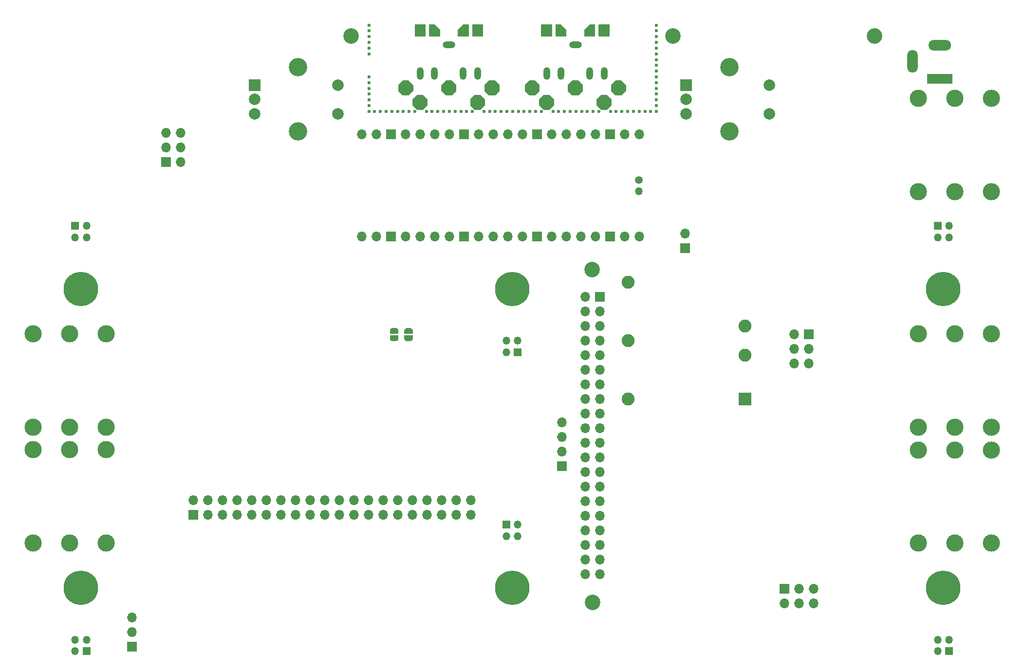
<source format=gbs>
G04 #@! TF.GenerationSoftware,KiCad,Pcbnew,7.0.7-7.0.7~ubuntu23.04.1*
G04 #@! TF.CreationDate,2023-10-12T20:18:36+00:00*
G04 #@! TF.ProjectId,pedalboard-hw,70656461-6c62-46f6-9172-642d68772e6b,3.0.0-RC1*
G04 #@! TF.SameCoordinates,Original*
G04 #@! TF.FileFunction,Soldermask,Bot*
G04 #@! TF.FilePolarity,Negative*
%FSLAX46Y46*%
G04 Gerber Fmt 4.6, Leading zero omitted, Abs format (unit mm)*
G04 Created by KiCad (PCBNEW 7.0.7-7.0.7~ubuntu23.04.1) date 2023-10-12 20:18:36*
%MOMM*%
%LPD*%
G01*
G04 APERTURE LIST*
%ADD10O,1.200000X2.200000*%
%ADD11O,2.200000X1.200000*%
%ADD12C,2.700000*%
%ADD13C,3.000000*%
%ADD14R,4.400000X1.800000*%
%ADD15O,4.000000X1.800000*%
%ADD16O,1.800000X4.000000*%
%ADD17C,6.000000*%
%ADD18R,1.350000X1.350000*%
%ADD19O,1.350000X1.350000*%
%ADD20R,2.250000X2.250000*%
%ADD21C,2.250000*%
%ADD22R,1.700000X1.700000*%
%ADD23O,1.700000X1.700000*%
%ADD24C,0.600000*%
%ADD25R,2.000000X2.000000*%
%ADD26C,2.000000*%
%ADD27C,3.200000*%
%ADD28C,1.350000*%
G04 APERTURE END LIST*
D10*
X121000000Y-29500000D03*
X118500000Y-29500000D03*
D11*
X116000000Y-24500000D03*
D10*
X111000000Y-29500000D03*
X113500000Y-29500000D03*
D12*
X133000000Y-23000000D03*
D13*
X28050000Y-111200000D03*
X28050000Y-94970000D03*
X21700000Y-111200000D03*
X21700000Y-94970000D03*
X34400000Y-111200000D03*
X34400000Y-94970000D03*
D14*
X179400000Y-30400000D03*
D15*
X179400000Y-24600000D03*
D16*
X174600000Y-27400000D03*
D17*
X30000000Y-119000000D03*
D18*
X29000000Y-56000000D03*
D19*
X31000000Y-56000000D03*
X29000000Y-58000000D03*
X31000000Y-58000000D03*
D17*
X105000000Y-67000000D03*
X30000000Y-67000000D03*
D13*
X28085000Y-91000000D03*
X28085000Y-74770000D03*
X21735000Y-91000000D03*
X21735000Y-74770000D03*
X34435000Y-91000000D03*
X34435000Y-74770000D03*
D20*
X145530000Y-86155749D03*
D21*
X145530000Y-78535749D03*
X145530000Y-73455749D03*
X125210000Y-65835749D03*
X125210000Y-75995749D03*
X125210000Y-86155749D03*
D13*
X181950000Y-94995000D03*
X181950000Y-111225000D03*
X188300000Y-94995000D03*
X188300000Y-111225000D03*
X175600000Y-94995000D03*
X175600000Y-111225000D03*
D12*
X118980000Y-121520000D03*
D18*
X181000000Y-130000000D03*
D19*
X179000000Y-130000000D03*
X181000000Y-128000000D03*
X179000000Y-128000000D03*
D22*
X49590000Y-106320000D03*
D23*
X49590000Y-103780000D03*
X52130000Y-106320000D03*
X52130000Y-103780000D03*
X54670000Y-106320000D03*
X54670000Y-103780000D03*
X57210000Y-106320000D03*
X57210000Y-103780000D03*
X59750000Y-106320000D03*
X59750000Y-103780000D03*
X62290000Y-106320000D03*
X62290000Y-103780000D03*
X64830000Y-106320000D03*
X64830000Y-103780000D03*
X67370000Y-106320000D03*
X67370000Y-103780000D03*
X69910000Y-106320000D03*
X69910000Y-103780000D03*
X72450000Y-106320000D03*
X72450000Y-103780000D03*
X74990000Y-106320000D03*
X74990000Y-103780000D03*
X77530000Y-106320000D03*
X77530000Y-103780000D03*
X80070000Y-106320000D03*
X80070000Y-103780000D03*
X82610000Y-106320000D03*
X82610000Y-103780000D03*
X85150000Y-106320000D03*
X85150000Y-103780000D03*
X87690000Y-106320000D03*
X87690000Y-103780000D03*
X90230000Y-106320000D03*
X90230000Y-103780000D03*
X92770000Y-106320000D03*
X92770000Y-103780000D03*
X95310000Y-106320000D03*
X95310000Y-103780000D03*
X97850000Y-106320000D03*
X97850000Y-103780000D03*
D24*
X80100000Y-21075000D03*
X80100000Y-22075000D03*
X80100000Y-23075000D03*
X80100000Y-24075000D03*
X80100000Y-25075000D03*
X80100000Y-26075000D03*
X80100000Y-30075000D03*
X80100000Y-31075000D03*
X80100000Y-32075000D03*
X80100000Y-33075000D03*
X80100000Y-34075000D03*
X80100000Y-35075000D03*
X80100000Y-36075000D03*
X81100000Y-36075000D03*
X82100000Y-36075000D03*
X83100000Y-36075000D03*
X84100000Y-36075000D03*
X85100000Y-36075000D03*
X86100000Y-36075000D03*
X87100000Y-36075000D03*
X88100000Y-36075000D03*
X90100000Y-36075000D03*
X91100000Y-36075000D03*
X92100000Y-36075000D03*
X93100000Y-36075000D03*
X94100000Y-36075000D03*
X95100000Y-36075000D03*
X96100000Y-36075000D03*
X97100000Y-36075000D03*
X98100000Y-36075000D03*
X100100000Y-36075000D03*
X101100000Y-36075000D03*
X102100000Y-36075000D03*
X103100000Y-36075000D03*
X104100000Y-36075000D03*
X105100000Y-36075000D03*
X106100000Y-36075000D03*
X107100000Y-36075000D03*
X108100000Y-36075000D03*
X109100000Y-36075000D03*
X110100000Y-36075000D03*
X112100000Y-36075000D03*
X113100000Y-36075000D03*
X114100000Y-36075000D03*
X115100000Y-36075000D03*
X116100000Y-36075000D03*
X117100000Y-36075000D03*
X118100000Y-36075000D03*
X119100000Y-36075000D03*
X120100000Y-36075000D03*
X122100000Y-36075000D03*
X123100000Y-36075000D03*
X124100000Y-36075000D03*
X125100000Y-36075000D03*
X126100000Y-36075000D03*
X127100000Y-36075000D03*
X128100000Y-36075000D03*
X129100000Y-36075000D03*
X130100000Y-21075000D03*
X130100000Y-22075000D03*
X130100000Y-23075000D03*
X130100000Y-24075000D03*
X130100000Y-25075000D03*
X130100000Y-26075000D03*
X130100000Y-27075000D03*
X130100000Y-28075000D03*
X130100000Y-29075000D03*
X130100000Y-30075000D03*
X130100000Y-31075000D03*
X130100000Y-32075000D03*
X130100000Y-33075000D03*
X130100000Y-34075000D03*
X130100000Y-35075000D03*
X130100000Y-36075000D03*
D18*
X31000000Y-130000000D03*
D19*
X29000000Y-130000000D03*
X31000000Y-128000000D03*
X29000000Y-128000000D03*
D18*
X106000000Y-78000000D03*
D19*
X104000000Y-78000000D03*
X106000000Y-76000000D03*
X104000000Y-76000000D03*
D12*
X77000000Y-23000000D03*
D13*
X181965000Y-33800000D03*
X181965000Y-50030000D03*
X188315000Y-33800000D03*
X188315000Y-50030000D03*
X175615000Y-33800000D03*
X175615000Y-50030000D03*
G36*
X107946312Y-33285921D02*
G01*
X107214079Y-32553688D01*
X107199200Y-32517767D01*
X107199200Y-31482233D01*
X107214079Y-31446312D01*
X107946312Y-30714079D01*
X107982233Y-30699200D01*
X109017767Y-30699200D01*
X109053688Y-30714079D01*
X109785921Y-31446312D01*
X109800800Y-31482233D01*
X109800800Y-32517767D01*
X109785921Y-32553688D01*
X109053688Y-33285921D01*
X109017767Y-33300800D01*
X107982233Y-33300800D01*
X107946312Y-33285921D01*
G37*
G36*
X117285921Y-32553688D02*
G01*
X116553688Y-33285921D01*
X116517767Y-33300800D01*
X115482233Y-33300800D01*
X115446312Y-33285921D01*
X114714079Y-32553688D01*
X114699200Y-32517767D01*
X114699200Y-31482233D01*
X114714079Y-31446312D01*
X115446312Y-30714079D01*
X115482233Y-30699200D01*
X116517767Y-30699200D01*
X116553688Y-30714079D01*
X117285921Y-31446312D01*
X117300800Y-31482233D01*
X117300800Y-32517767D01*
X117285921Y-32553688D01*
G37*
G36*
X122946312Y-33285921D02*
G01*
X122214079Y-32553688D01*
X122199200Y-32517767D01*
X122199200Y-31482233D01*
X122214079Y-31446312D01*
X122946312Y-30714079D01*
X122982233Y-30699200D01*
X124017767Y-30699200D01*
X124053688Y-30714079D01*
X124785921Y-31446312D01*
X124800800Y-31482233D01*
X124800800Y-32517767D01*
X124785921Y-32553688D01*
X124053688Y-33285921D01*
X124017767Y-33300800D01*
X122982233Y-33300800D01*
X122946312Y-33285921D01*
G37*
G36*
X110446312Y-35785921D02*
G01*
X109714079Y-35053688D01*
X109699200Y-35017767D01*
X109699200Y-33982233D01*
X109714079Y-33946312D01*
X110446312Y-33214079D01*
X110482233Y-33199200D01*
X111517767Y-33199200D01*
X111553688Y-33214079D01*
X112285921Y-33946312D01*
X112300800Y-33982233D01*
X112300800Y-35017767D01*
X112285921Y-35053688D01*
X111553688Y-35785921D01*
X111517767Y-35800800D01*
X110482233Y-35800800D01*
X110446312Y-35785921D01*
G37*
G36*
X120446312Y-35785921D02*
G01*
X119714079Y-35053688D01*
X119699200Y-35017767D01*
X119699200Y-33982233D01*
X119714079Y-33946312D01*
X120446312Y-33214079D01*
X120482233Y-33199200D01*
X121517767Y-33199200D01*
X121553688Y-33214079D01*
X122285921Y-33946312D01*
X122300800Y-33982233D01*
X122300800Y-35017767D01*
X122285921Y-35053688D01*
X121553688Y-35785921D01*
X121517767Y-35800800D01*
X120482233Y-35800800D01*
X120446312Y-35785921D01*
G37*
G36*
X117564079Y-23035921D02*
G01*
X117549200Y-23000000D01*
X117549200Y-21900000D01*
X117564079Y-21864079D01*
X118464079Y-20964079D01*
X118500000Y-20949200D01*
X119400000Y-20949200D01*
X119435921Y-20964079D01*
X119450800Y-21000000D01*
X119450800Y-23000000D01*
X119435921Y-23035921D01*
X119400000Y-23050800D01*
X117600000Y-23050800D01*
X117564079Y-23035921D01*
G37*
G36*
G01*
X121950800Y-21000000D02*
X121950800Y-23000000D01*
G75*
G02*
X121900000Y-23050800I-50800J0D01*
G01*
X120100000Y-23050800D01*
G75*
G02*
X120049200Y-23000000I0J50800D01*
G01*
X120049200Y-21000000D01*
G75*
G02*
X120100000Y-20949200I50800J0D01*
G01*
X121900000Y-20949200D01*
G75*
G02*
X121950800Y-21000000I0J-50800D01*
G01*
G37*
G36*
G01*
X111950800Y-21000000D02*
X111950800Y-23000000D01*
G75*
G02*
X111900000Y-23050800I-50800J0D01*
G01*
X110100000Y-23050800D01*
G75*
G02*
X110049200Y-23000000I0J50800D01*
G01*
X110049200Y-21000000D01*
G75*
G02*
X110100000Y-20949200I50800J0D01*
G01*
X111900000Y-20949200D01*
G75*
G02*
X111950800Y-21000000I0J-50800D01*
G01*
G37*
G36*
X112564079Y-23035921D02*
G01*
X112549200Y-23000000D01*
X112549200Y-21000000D01*
X112564079Y-20964079D01*
X112600000Y-20949200D01*
X113500000Y-20949200D01*
X113535921Y-20964079D01*
X114435921Y-21864079D01*
X114450800Y-21900000D01*
X114450800Y-23000000D01*
X114435921Y-23035921D01*
X114400000Y-23050800D01*
X112600000Y-23050800D01*
X112564079Y-23035921D01*
G37*
D25*
X60250000Y-31500000D03*
D26*
X60250000Y-36500000D03*
X60250000Y-34000000D03*
D27*
X67750000Y-28400000D03*
X67750000Y-39600000D03*
D26*
X74750000Y-36500000D03*
X74750000Y-31500000D03*
D18*
X179000000Y-56000000D03*
D19*
X181000000Y-56000000D03*
X179000000Y-58000000D03*
X181000000Y-58000000D03*
D17*
X180000000Y-67000000D03*
D13*
X181950000Y-74780000D03*
X181950000Y-91010000D03*
X188300000Y-74780000D03*
X188300000Y-91010000D03*
X175600000Y-74780000D03*
X175600000Y-91010000D03*
D17*
X105000000Y-119000000D03*
D18*
X104000000Y-108000000D03*
D19*
X106000000Y-108000000D03*
X104000000Y-110000000D03*
X106000000Y-110000000D03*
D12*
X118900000Y-63565600D03*
D17*
X180000000Y-119000000D03*
D12*
X168000000Y-23000000D03*
D25*
X135250000Y-31500000D03*
D26*
X135250000Y-36500000D03*
X135250000Y-34000000D03*
D27*
X142750000Y-28400000D03*
X142750000Y-39600000D03*
D26*
X149750000Y-36500000D03*
X149750000Y-31500000D03*
G36*
X85951812Y-33285921D02*
G01*
X85219579Y-32553688D01*
X85204700Y-32517767D01*
X85204700Y-31482233D01*
X85219579Y-31446312D01*
X85951812Y-30714079D01*
X85987733Y-30699200D01*
X87023267Y-30699200D01*
X87059188Y-30714079D01*
X87791421Y-31446312D01*
X87806300Y-31482233D01*
X87806300Y-32517767D01*
X87791421Y-32553688D01*
X87059188Y-33285921D01*
X87023267Y-33300800D01*
X85987733Y-33300800D01*
X85951812Y-33285921D01*
G37*
G36*
X95291421Y-32553688D02*
G01*
X94559188Y-33285921D01*
X94523267Y-33300800D01*
X93487733Y-33300800D01*
X93451812Y-33285921D01*
X92719579Y-32553688D01*
X92704700Y-32517767D01*
X92704700Y-31482233D01*
X92719579Y-31446312D01*
X93451812Y-30714079D01*
X93487733Y-30699200D01*
X94523267Y-30699200D01*
X94559188Y-30714079D01*
X95291421Y-31446312D01*
X95306300Y-31482233D01*
X95306300Y-32517767D01*
X95291421Y-32553688D01*
G37*
G36*
X100951812Y-33285921D02*
G01*
X100219579Y-32553688D01*
X100204700Y-32517767D01*
X100204700Y-31482233D01*
X100219579Y-31446312D01*
X100951812Y-30714079D01*
X100987733Y-30699200D01*
X102023267Y-30699200D01*
X102059188Y-30714079D01*
X102791421Y-31446312D01*
X102806300Y-31482233D01*
X102806300Y-32517767D01*
X102791421Y-32553688D01*
X102059188Y-33285921D01*
X102023267Y-33300800D01*
X100987733Y-33300800D01*
X100951812Y-33285921D01*
G37*
G36*
X88451812Y-35785921D02*
G01*
X87719579Y-35053688D01*
X87704700Y-35017767D01*
X87704700Y-33982233D01*
X87719579Y-33946312D01*
X88451812Y-33214079D01*
X88487733Y-33199200D01*
X89523267Y-33199200D01*
X89559188Y-33214079D01*
X90291421Y-33946312D01*
X90306300Y-33982233D01*
X90306300Y-35017767D01*
X90291421Y-35053688D01*
X89559188Y-35785921D01*
X89523267Y-35800800D01*
X88487733Y-35800800D01*
X88451812Y-35785921D01*
G37*
G36*
X98451812Y-35785921D02*
G01*
X97719579Y-35053688D01*
X97704700Y-35017767D01*
X97704700Y-33982233D01*
X97719579Y-33946312D01*
X98451812Y-33214079D01*
X98487733Y-33199200D01*
X99523267Y-33199200D01*
X99559188Y-33214079D01*
X100291421Y-33946312D01*
X100306300Y-33982233D01*
X100306300Y-35017767D01*
X100291421Y-35053688D01*
X99559188Y-35785921D01*
X99523267Y-35800800D01*
X98487733Y-35800800D01*
X98451812Y-35785921D01*
G37*
G36*
X95569579Y-23035921D02*
G01*
X95554700Y-23000000D01*
X95554700Y-21900000D01*
X95569579Y-21864079D01*
X96469579Y-20964079D01*
X96505500Y-20949200D01*
X97405500Y-20949200D01*
X97441421Y-20964079D01*
X97456300Y-21000000D01*
X97456300Y-23000000D01*
X97441421Y-23035921D01*
X97405500Y-23050800D01*
X95605500Y-23050800D01*
X95569579Y-23035921D01*
G37*
G36*
G01*
X99956300Y-21000000D02*
X99956300Y-23000000D01*
G75*
G02*
X99905500Y-23050800I-50800J0D01*
G01*
X98105500Y-23050800D01*
G75*
G02*
X98054700Y-23000000I0J50800D01*
G01*
X98054700Y-21000000D01*
G75*
G02*
X98105500Y-20949200I50800J0D01*
G01*
X99905500Y-20949200D01*
G75*
G02*
X99956300Y-21000000I0J-50800D01*
G01*
G37*
G36*
G01*
X89956300Y-21000000D02*
X89956300Y-23000000D01*
G75*
G02*
X89905500Y-23050800I-50800J0D01*
G01*
X88105500Y-23050800D01*
G75*
G02*
X88054700Y-23000000I0J50800D01*
G01*
X88054700Y-21000000D01*
G75*
G02*
X88105500Y-20949200I50800J0D01*
G01*
X89905500Y-20949200D01*
G75*
G02*
X89956300Y-21000000I0J-50800D01*
G01*
G37*
G36*
X90569579Y-23035921D02*
G01*
X90554700Y-23000000D01*
X90554700Y-21000000D01*
X90569579Y-20964079D01*
X90605500Y-20949200D01*
X91505500Y-20949200D01*
X91541421Y-20964079D01*
X92441421Y-21864079D01*
X92456300Y-21900000D01*
X92456300Y-23000000D01*
X92441421Y-23035921D01*
X92405500Y-23050800D01*
X90605500Y-23050800D01*
X90569579Y-23035921D01*
G37*
D10*
X99000000Y-29500000D03*
X96500000Y-29500000D03*
D11*
X94000000Y-24500000D03*
D10*
X89000000Y-29500000D03*
X91500000Y-29500000D03*
D22*
X113625000Y-97780000D03*
D23*
X113625000Y-95240000D03*
X113625000Y-92700000D03*
X113625000Y-90160000D03*
D22*
X135075000Y-59850000D03*
D23*
X135075000Y-57310000D03*
D28*
X127000000Y-48000000D03*
D19*
X127000000Y-50000000D03*
G36*
X87750000Y-75050000D02*
G01*
X87750000Y-75550000D01*
X87744911Y-75550000D01*
X87744911Y-75621157D01*
X87704816Y-75757708D01*
X87627875Y-75877430D01*
X87520320Y-75970627D01*
X87390866Y-76029746D01*
X87250000Y-76050000D01*
X86750000Y-76050000D01*
X86609134Y-76029746D01*
X86479680Y-75970627D01*
X86372125Y-75877430D01*
X86295184Y-75757708D01*
X86255089Y-75621157D01*
X86255089Y-75550000D01*
X86250000Y-75550000D01*
X86250000Y-75050000D01*
X87750000Y-75050000D01*
G37*
G36*
X86255089Y-74250000D02*
G01*
X86255089Y-74178843D01*
X86295184Y-74042292D01*
X86372125Y-73922570D01*
X86479680Y-73829373D01*
X86609134Y-73770254D01*
X86750000Y-73750000D01*
X87250000Y-73750000D01*
X87390866Y-73770254D01*
X87520320Y-73829373D01*
X87627875Y-73922570D01*
X87704816Y-74042292D01*
X87744911Y-74178843D01*
X87744911Y-74250000D01*
X87750000Y-74250000D01*
X87750000Y-74750000D01*
X86250000Y-74750000D01*
X86250000Y-74250000D01*
X86255089Y-74250000D01*
G37*
D23*
X127130000Y-57890000D03*
X124590000Y-57890000D03*
D22*
X122050000Y-57890000D03*
D23*
X119510000Y-57890000D03*
X116970000Y-57890000D03*
X114430000Y-57890000D03*
X111890000Y-57890000D03*
D22*
X109350000Y-57890000D03*
D23*
X106810000Y-57890000D03*
X104270000Y-57890000D03*
X101730000Y-57890000D03*
X99190000Y-57890000D03*
D22*
X96650000Y-57890000D03*
D23*
X94110000Y-57890000D03*
X91570000Y-57890000D03*
X89030000Y-57890000D03*
X86490000Y-57890000D03*
D22*
X83950000Y-57890000D03*
D23*
X81410000Y-57890000D03*
X78870000Y-57890000D03*
X78870000Y-40110000D03*
X81410000Y-40110000D03*
D22*
X83950000Y-40110000D03*
D23*
X86490000Y-40110000D03*
X89030000Y-40110000D03*
X91570000Y-40110000D03*
X94110000Y-40110000D03*
D22*
X96650000Y-40110000D03*
D23*
X99190000Y-40110000D03*
X101730000Y-40110000D03*
X104270000Y-40110000D03*
X106810000Y-40110000D03*
D22*
X109350000Y-40110000D03*
D23*
X111890000Y-40110000D03*
X114430000Y-40110000D03*
X116970000Y-40110000D03*
X119510000Y-40110000D03*
D22*
X122050000Y-40110000D03*
D23*
X124590000Y-40110000D03*
X127130000Y-40110000D03*
G36*
X85250000Y-75050000D02*
G01*
X85250000Y-75550000D01*
X85244911Y-75550000D01*
X85244911Y-75621157D01*
X85204816Y-75757708D01*
X85127875Y-75877430D01*
X85020320Y-75970627D01*
X84890866Y-76029746D01*
X84750000Y-76050000D01*
X84250000Y-76050000D01*
X84109134Y-76029746D01*
X83979680Y-75970627D01*
X83872125Y-75877430D01*
X83795184Y-75757708D01*
X83755089Y-75621157D01*
X83755089Y-75550000D01*
X83750000Y-75550000D01*
X83750000Y-75050000D01*
X85250000Y-75050000D01*
G37*
G36*
X83755089Y-74250000D02*
G01*
X83755089Y-74178843D01*
X83795184Y-74042292D01*
X83872125Y-73922570D01*
X83979680Y-73829373D01*
X84109134Y-73770254D01*
X84250000Y-73750000D01*
X84750000Y-73750000D01*
X84890866Y-73770254D01*
X85020320Y-73829373D01*
X85127875Y-73922570D01*
X85204816Y-74042292D01*
X85244911Y-74178843D01*
X85244911Y-74250000D01*
X85250000Y-74250000D01*
X85250000Y-74750000D01*
X83750000Y-74750000D01*
X83750000Y-74250000D01*
X83755089Y-74250000D01*
G37*
D22*
X38900000Y-129225000D03*
D23*
X38900000Y-126685000D03*
X38900000Y-124145000D03*
D22*
X120250000Y-68375600D03*
D23*
X117710000Y-68375600D03*
X120250000Y-70915600D03*
X117710000Y-70915600D03*
X120250000Y-73455600D03*
X117710000Y-73455600D03*
X120250000Y-75995600D03*
X117710000Y-75995600D03*
X120250000Y-78535600D03*
X117710000Y-78535600D03*
X120250000Y-81075600D03*
X117710000Y-81075600D03*
X120250000Y-83615600D03*
X117710000Y-83615600D03*
X120250000Y-86155600D03*
X117710000Y-86155600D03*
X120250000Y-88695600D03*
X117710000Y-88695600D03*
X120250000Y-91235600D03*
X117710000Y-91235600D03*
X120250000Y-93775600D03*
X117710000Y-93775600D03*
X120250000Y-96315600D03*
X117710000Y-96315600D03*
X120250000Y-98855600D03*
X117710000Y-98855600D03*
X120250000Y-101395600D03*
X117710000Y-101395600D03*
X120250000Y-103935600D03*
X117710000Y-103935600D03*
X120250000Y-106475600D03*
X117710000Y-106475600D03*
X120250000Y-109015600D03*
X117710000Y-109015600D03*
X120250000Y-111555600D03*
X117710000Y-111555600D03*
X120250000Y-114095600D03*
X117710000Y-114095600D03*
X120250000Y-116635600D03*
X117710000Y-116635600D03*
D22*
X156555000Y-74845600D03*
D23*
X154015000Y-74845600D03*
X156555000Y-77385600D03*
X154015000Y-77385600D03*
X156555000Y-79925600D03*
X154015000Y-79925600D03*
D22*
X152380000Y-119150600D03*
D23*
X152380000Y-121690600D03*
X154920000Y-119150600D03*
X154920000Y-121690600D03*
X157460000Y-119150600D03*
X157460000Y-121690600D03*
D22*
X44850000Y-44925000D03*
D23*
X47390000Y-44925000D03*
X44850000Y-42385000D03*
X47390000Y-42385000D03*
X44850000Y-39845000D03*
X47390000Y-39845000D03*
M02*

</source>
